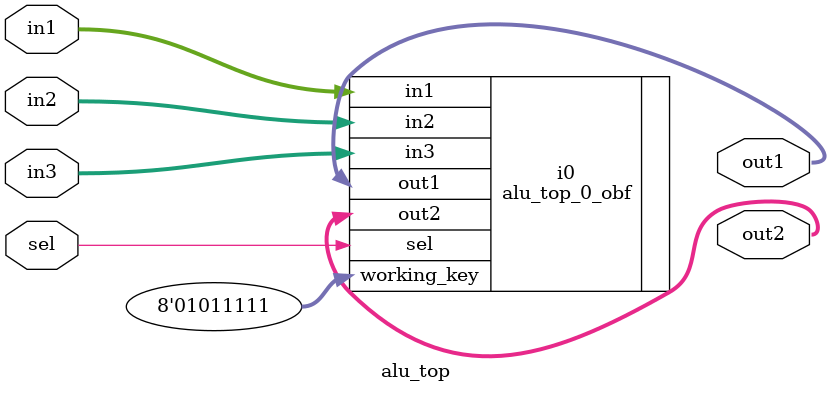
<source format=v>

module alu_top
(
  in1,
  in2,
  in3,
  sel,
  out1,
  out2
);

  input [7:0] in1;
  input [7:0] in2;
  input [7:0] in3;
  input sel;
  output [7:0] out1;
  output [7:0] out2;

  alu_top_0_obf
  i0
  (
    .in1(in1),
    .in2(in2),
    .in3(in3),
    .sel(sel),
    .out1(out1),
    .out2(out2),
    .working_key(8'b1011111
    )
  );


endmodule


</source>
